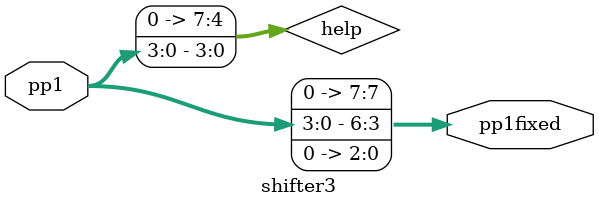
<source format=v>

module shifter3(input [7:0] pp1, output wire [7:0] pp1fixed );



wire [7:0] help ;

assign help [7:4] = 4'b0000;
assign help [3:0] = pp1[3:0];
assign pp1fixed = help<<3;


endmodule
</source>
